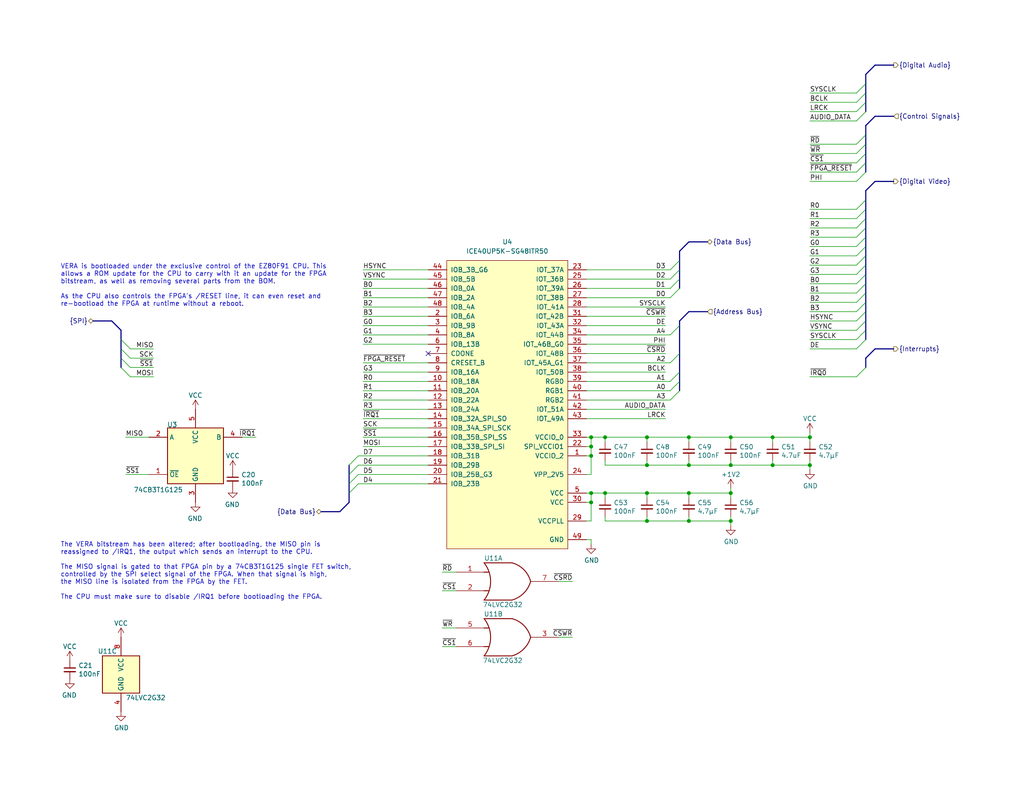
<source format=kicad_sch>
(kicad_sch (version 20230121) (generator eeschema)
  (paper "USLetter")
  (lib_symbols
    (symbol "74xGxx:74LVC2G32"
      (property "Reference" "U" (at -7.62 7.62 0))
      (property "Value" "74LVC2G32" (at -7.62 -7.62 0))
      (symbol "74LVC2G32_1_1"
        (arc (start -7.62 -5.08) (mid -5.838 0) (end -7.62 5.08) (stroke (width 0.254)))
        (arc (start 0 -5.08) (mid 3.1986 -3.2054) (end 5.08 0) (stroke (width 0.254)))
        (polyline (pts (xy -7.62 -2.54) (xy -6.35 -2.54)) (stroke (width 0.254)) (fill (type background)))
        (polyline (pts (xy -7.62 2.54) (xy -6.35 2.54)) (stroke (width 0.254)) (fill (type background)))
        (polyline (pts (xy 0 -5.08) (xy -7.62 -5.08)) (stroke (width 0.254)) (fill (type background)))
        (polyline (pts (xy 0 5.08) (xy -7.62 5.08)) (stroke (width 0.254)) (fill (type background)))
        (arc (start 5.08 0) (mid 3.2238 3.2304) (end 0 5.08) (stroke (width 0.254)))
        (pin input line (at -15.24 2.54 0) (length 7.62) (name "~") (number "1"))
        (pin input line (at -15.24 -2.54 0) (length 7.62) (name "~") (number "2"))
        (pin output line (at 12.7 0 180) (length 7.62) (name "~") (number "7"))
      )
      (symbol "74LVC2G32_2_1"
        (arc (start -7.62 -5.08) (mid -5.838 0) (end -7.62 5.08) (stroke (width 0.254)))
        (arc (start 0 -5.08) (mid 3.1986 -3.2054) (end 5.08 0) (stroke (width 0.254)))
        (polyline (pts (xy -7.62 -2.54) (xy -6.35 -2.54)) (stroke (width 0.254)) (fill (type background)))
        (polyline (pts (xy -7.62 2.54) (xy -6.35 2.54)) (stroke (width 0.254)) (fill (type background)))
        (polyline (pts (xy 0 -5.08) (xy -7.62 -5.08)) (stroke (width 0.254)) (fill (type background)))
        (polyline (pts (xy 0 5.08) (xy -7.62 5.08)) (stroke (width 0.254)) (fill (type background)))
        (arc (start 5.08 0) (mid 3.2238 3.2304) (end 0 5.08) (stroke (width 0.254)))
        (pin output line (at 12.7 0 180) (length 7.62) (name "~") (number "3"))
        (pin input line (at -15.24 2.54 0) (length 7.62) (name "~") (number "5"))
        (pin input line (at -15.24 -2.54 0) (length 7.62) (name "~") (number "6"))
      )
      (symbol "74LVC2G32_3_0"
        (rectangle (start -5.08 -5.08) (end 5.08 5.08) (stroke (width 0.254)) (fill (type background)))
      )
      (symbol "74LVC2G32_3_1"
        (pin power_in line (at 0 -10.16 90) (length 5.08) (name "GND") (number "4"))
        (pin power_in line (at 0 10.16 270) (length 5.08) (name "VCC") (number "8"))
      )
    )
    (symbol "Turaco:74CB3T1G125"
      (property "Reference" "U" (at -2.54 5.08 0))
      (property "Value" "74CB3T1G125" (at 0 -5.08 0))
      (symbol "74CB3T1G125_0_1"
        (rectangle (start -7.62 7.62) (end 7.62 -7.62) (stroke (width 0.254)) (fill (type background)))
      )
      (symbol "74CB3T1G125_1_1"
        (pin input line (at -12.7 -5.08 0) (length 5.08) (name "~{OE}") (number "1"))
        (pin input line (at -12.7 5.08 0) (length 5.08) (name "A") (number "2"))
        (pin power_in line (at 0 -12.7 90) (length 5.08) (name "GND") (number "3"))
        (pin tri_state line (at 12.7 5.08 180) (length 5.08) (name "B") (number "4"))
        (pin power_in line (at 0 12.7 270) (length 5.08) (name "VCC") (number "5"))
      )
    )
    (symbol "Turaco:C_Small" (pin_numbers hide) (pin_names (offset 0.254) hide)
      (property "Reference" "C" (at 0.254 1.778 0))
      (property "Value" "C_Small" (at 0.254 -2.032 0))
      (symbol "C_Small_0_1"
        (polyline (pts (xy -1.524 -0.508) (xy 1.524 -0.508)) (stroke (width 0.3302)))
        (polyline (pts (xy -1.524 0.508) (xy 1.524 0.508)) (stroke (width 0.3048)))
      )
      (symbol "C_Small_1_1"
        (pin passive line (at 0 2.54 270) (length 2.032) (name "~") (number "1"))
        (pin passive line (at 0 -2.54 90) (length 2.032) (name "~") (number "2"))
      )
    )
    (symbol "Turaco:ICE40UP5K-SG48ITR50" (pin_names (offset 1.016))
      (property "Reference" "U" (at 17.78 3.81 0))
      (property "Value" "ICE40UP5K-SG48ITR50" (at 17.78 1.27 0))
      (symbol "ICE40UP5K-SG48ITR50_0_1"
        (rectangle (start 0 0) (end 33.02 -78.74) (fill (type background)))
      )
      (symbol "ICE40UP5K-SG48ITR50_1_1"
        (pin power_in line (at 38.1 -53.34 180) (length 5.08) (name "VCCIO_2") (number "1"))
        (pin passive line (at -5.08 -33.02 0) (length 5.08) (name "IOB_18A") (number "10"))
        (pin passive line (at -5.08 -35.56 0) (length 5.08) (name "IOB_20A") (number "11"))
        (pin passive line (at -5.08 -38.1 0) (length 5.08) (name "IOB_22A") (number "12"))
        (pin passive line (at -5.08 -40.64 0) (length 5.08) (name "IOB_24A") (number "13"))
        (pin passive line (at -5.08 -43.18 0) (length 5.08) (name "IOB_32A_SPI_SO") (number "14"))
        (pin passive line (at -5.08 -45.72 0) (length 5.08) (name "IOB_34A_SPI_SCK") (number "15"))
        (pin passive line (at -5.08 -48.26 0) (length 5.08) (name "IOB_35B_SPI_SS") (number "16"))
        (pin passive line (at -5.08 -50.8 0) (length 5.08) (name "IOB_33B_SPI_SI") (number "17"))
        (pin passive line (at -5.08 -53.34 0) (length 5.08) (name "IOB_31B") (number "18"))
        (pin passive line (at -5.08 -55.88 0) (length 5.08) (name "IOB_29B") (number "19"))
        (pin passive line (at -5.08 -15.24 0) (length 5.08) (name "IOB_6A") (number "2"))
        (pin passive line (at -5.08 -58.42 0) (length 5.08) (name "IOB_25B_G3") (number "20"))
        (pin passive line (at -5.08 -60.96 0) (length 5.08) (name "IOB_23B") (number "21"))
        (pin power_in line (at 38.1 -50.8 180) (length 5.08) (name "SPI_VCCIO1") (number "22"))
        (pin passive line (at 38.1 -2.54 180) (length 5.08) (name "IOT_37A") (number "23"))
        (pin power_in line (at 38.1 -58.42 180) (length 5.08) (name "VPP_2V5") (number "24"))
        (pin passive line (at 38.1 -5.08 180) (length 5.08) (name "IOT_36B") (number "25"))
        (pin passive line (at 38.1 -7.62 180) (length 5.08) (name "IOT_39A") (number "26"))
        (pin passive line (at 38.1 -10.16 180) (length 5.08) (name "IOT_38B") (number "27"))
        (pin passive line (at 38.1 -12.7 180) (length 5.08) (name "IOT_41A") (number "28"))
        (pin power_in line (at 38.1 -71.12 180) (length 5.08) (name "VCCPLL") (number "29"))
        (pin passive line (at -5.08 -17.78 0) (length 5.08) (name "IOB_9B") (number "3"))
        (pin power_in line (at 38.1 -66.04 180) (length 5.08) (name "VCC") (number "30"))
        (pin passive line (at 38.1 -15.24 180) (length 5.08) (name "IOT_42B") (number "31"))
        (pin passive line (at 38.1 -17.78 180) (length 5.08) (name "IOT_43A") (number "32"))
        (pin power_in line (at 38.1 -48.26 180) (length 5.08) (name "VCCIO_0") (number "33"))
        (pin passive line (at 38.1 -20.32 180) (length 5.08) (name "IOT_44B") (number "34"))
        (pin passive line (at 38.1 -22.86 180) (length 5.08) (name "IOT_46B_G0") (number "35"))
        (pin passive line (at 38.1 -25.4 180) (length 5.08) (name "IOT_48B") (number "36"))
        (pin passive line (at 38.1 -27.94 180) (length 5.08) (name "IOT_45A_G1") (number "37"))
        (pin passive line (at 38.1 -30.48 180) (length 5.08) (name "IOT_50B") (number "38"))
        (pin passive line (at 38.1 -33.02 180) (length 5.08) (name "RGB0") (number "39"))
        (pin passive line (at -5.08 -20.32 0) (length 5.08) (name "IOB_8A") (number "4"))
        (pin passive line (at 38.1 -35.56 180) (length 5.08) (name "RGB1") (number "40"))
        (pin passive line (at 38.1 -38.1 180) (length 5.08) (name "RGB2") (number "41"))
        (pin passive line (at 38.1 -40.64 180) (length 5.08) (name "IOT_51A") (number "42"))
        (pin passive line (at 38.1 -43.18 180) (length 5.08) (name "IOT_49A") (number "43"))
        (pin passive line (at -5.08 -2.54 0) (length 5.08) (name "IOB_3B_G6") (number "44"))
        (pin passive line (at -5.08 -5.08 0) (length 5.08) (name "IOB_5B") (number "45"))
        (pin passive line (at -5.08 -7.62 0) (length 5.08) (name "IOB_0A") (number "46"))
        (pin passive line (at -5.08 -10.16 0) (length 5.08) (name "IOB_2A") (number "47"))
        (pin passive line (at -5.08 -12.7 0) (length 5.08) (name "IOB_4A") (number "48"))
        (pin power_in line (at 38.1 -76.2 180) (length 5.08) (name "GND") (number "49"))
        (pin power_in line (at 38.1 -63.5 180) (length 5.08) (name "VCC") (number "5"))
        (pin passive line (at -5.08 -22.86 0) (length 5.08) (name "IOB_13B") (number "6"))
        (pin passive line (at -5.08 -25.4 0) (length 5.08) (name "CDONE") (number "7"))
        (pin passive line (at -5.08 -27.94 0) (length 5.08) (name "CRESET_B") (number "8"))
        (pin passive line (at -5.08 -30.48 0) (length 5.08) (name "IOB_16A") (number "9"))
      )
    )
    (symbol "power:+1V2" (power) (pin_names (offset 0))
      (property "Value" "+1V2" (at 0 3.556 0))
      (symbol "+1V2_0_1"
        (polyline (pts (xy -0.762 1.27) (xy 0 2.54)))
        (polyline (pts (xy 0 0) (xy 0 2.54)))
        (polyline (pts (xy 0 2.54) (xy 0.762 1.27)))
      )
      (symbol "+1V2_1_1"
        (pin power_in line (at 0 0 90) (length 0) hide (name "+1V2") (number "1"))
      )
    )
    (symbol "power:GND" (power) (pin_names (offset 0))
      (property "Value" "GND" (at 0 -3.81 0))
      (symbol "GND_0_1"
        (polyline (pts (xy 0 0) (xy 0 -1.27) (xy 1.27 -1.27) (xy 0 -2.54) (xy -1.27 -1.27) (xy 0 -1.27)))
      )
      (symbol "GND_1_1"
        (pin power_in line (at 0 0 270) (length 0) hide (name "GND") (number "1"))
      )
    )
    (symbol "power:VCC" (power) (pin_names (offset 0))
      (property "Value" "VCC" (at 0 3.81 0))
      (symbol "VCC_0_1"
        (polyline (pts (xy -0.762 1.27) (xy 0 2.54)))
        (polyline (pts (xy 0 0) (xy 0 2.54)))
        (polyline (pts (xy 0 2.54) (xy 0.762 1.27)))
      )
      (symbol "VCC_1_1"
        (pin power_in line (at 0 0 90) (length 0) hide (name "VCC") (number "1"))
      )
    )
  )
  (bus_alias "Digital Audio" (members "SYSCLK" "BCLK" "LRCK" "AUDIO_DATA"))
  (junction (at 161.29 121.92))
  (junction (at 176.53 142.24))
  (junction (at 199.39 142.24))
  (junction (at 165.1 119.38))
  (junction (at 210.82 127))
  (junction (at 161.29 137.16))
  (junction (at 187.96 127))
  (junction (at 199.39 119.38))
  (junction (at 187.96 134.62))
  (junction (at 176.53 127))
  (junction (at 161.29 134.62))
  (junction (at 187.96 142.24))
  (junction (at 161.29 119.38))
  (junction (at 199.39 134.62))
  (junction (at 176.53 134.62))
  (junction (at 220.98 119.38))
  (junction (at 220.98 127))
  (junction (at 199.39 127))
  (junction (at 176.53 119.38))
  (junction (at 165.1 134.62))
  (junction (at 161.29 124.46))
  (junction (at 210.82 119.38))
  (junction (at 187.96 119.38))
  (no_connect (at 116.84 96.52))
  (bus_entry (at 236.22 44.45) (size -2.54 2.54))
  (bus_entry (at 185.42 78.74) (size -2.54 2.54))
  (bus_entry (at 236.22 90.17) (size -2.54 2.54))
  (bus_entry (at 33.02 97.79) (size 2.54 2.54))
  (bus_entry (at 236.22 64.77) (size -2.54 2.54))
  (bus_entry (at 95.25 129.54) (size 2.54 -2.54))
  (bus_entry (at 236.22 30.48) (size -2.54 2.54))
  (bus_entry (at 185.42 104.14) (size -2.54 2.54))
  (bus_entry (at 185.42 101.6) (size -2.54 2.54))
  (bus_entry (at 236.22 59.69) (size -2.54 2.54))
  (bus_entry (at 236.22 85.09) (size -2.54 2.54))
  (bus_entry (at 236.22 77.47) (size -2.54 2.54))
  (bus_entry (at 95.25 127) (size 2.54 -2.54))
  (bus_entry (at 236.22 100.33) (size -2.54 2.54))
  (bus_entry (at 236.22 74.93) (size -2.54 2.54))
  (bus_entry (at 236.22 46.99) (size -2.54 2.54))
  (bus_entry (at 236.22 22.86) (size -2.54 2.54))
  (bus_entry (at 236.22 25.4) (size -2.54 2.54))
  (bus_entry (at 33.02 92.71) (size 2.54 2.54))
  (bus_entry (at 185.42 71.12) (size -2.54 2.54))
  (bus_entry (at 33.02 100.33) (size 2.54 2.54))
  (bus_entry (at 236.22 82.55) (size -2.54 2.54))
  (bus_entry (at 185.42 106.68) (size -2.54 2.54))
  (bus_entry (at 185.42 73.66) (size -2.54 2.54))
  (bus_entry (at 95.25 134.62) (size 2.54 -2.54))
  (bus_entry (at 95.25 132.08) (size 2.54 -2.54))
  (bus_entry (at 185.42 96.52) (size -2.54 2.54))
  (bus_entry (at 236.22 27.94) (size -2.54 2.54))
  (bus_entry (at 236.22 69.85) (size -2.54 2.54))
  (bus_entry (at 236.22 87.63) (size -2.54 2.54))
  (bus_entry (at 185.42 76.2) (size -2.54 2.54))
  (bus_entry (at 236.22 36.83) (size -2.54 2.54))
  (bus_entry (at 236.22 67.31) (size -2.54 2.54))
  (bus_entry (at 236.22 62.23) (size -2.54 2.54))
  (bus_entry (at 236.22 54.61) (size -2.54 2.54))
  (bus_entry (at 185.42 88.9) (size -2.54 2.54))
  (bus_entry (at 236.22 57.15) (size -2.54 2.54))
  (bus_entry (at 236.22 39.37) (size -2.54 2.54))
  (bus_entry (at 236.22 41.91) (size -2.54 2.54))
  (bus_entry (at 236.22 92.71) (size -2.54 2.54))
  (bus_entry (at 236.22 80.01) (size -2.54 2.54))
  (bus_entry (at 33.02 95.25) (size 2.54 2.54))
  (bus_entry (at 236.22 72.39) (size -2.54 2.54))
  (wire (pts (xy 220.98 85.09) (xy 233.68 85.09)))
  (wire (pts (xy 120.65 161.29) (xy 124.46 161.29)))
  (wire (pts (xy 220.98 33.02) (xy 233.68 33.02)))
  (wire (pts (xy 161.29 134.62) (xy 161.29 137.16)))
  (wire (pts (xy 97.79 124.46) (xy 116.84 124.46)))
  (wire (pts (xy 160.02 83.82) (xy 181.61 83.82)))
  (wire (pts (xy 99.06 119.38) (xy 116.84 119.38)))
  (wire (pts (xy 160.02 99.06) (xy 182.88 99.06)))
  (bus (pts (xy 238.76 95.25) (xy 236.22 97.79)))
  (wire (pts (xy 160.02 134.62) (xy 161.29 134.62)))
  (wire (pts (xy 220.98 127) (xy 220.98 125.73)))
  (wire (pts (xy 187.96 120.65) (xy 187.96 119.38)))
  (wire (pts (xy 160.02 129.54) (xy 161.29 129.54)))
  (wire (pts (xy 99.06 121.92) (xy 116.84 121.92)))
  (wire (pts (xy 210.82 119.38) (xy 220.98 119.38)))
  (bus (pts (xy 236.22 36.83) (xy 236.22 39.37)))
  (wire (pts (xy 220.98 44.45) (xy 233.68 44.45)))
  (bus (pts (xy 236.22 74.93) (xy 236.22 77.47)))
  (wire (pts (xy 99.06 114.3) (xy 116.84 114.3)))
  (wire (pts (xy 160.02 106.68) (xy 182.88 106.68)))
  (bus (pts (xy 236.22 69.85) (xy 236.22 72.39)))
  (wire (pts (xy 220.98 95.25) (xy 233.68 95.25)))
  (bus (pts (xy 238.76 95.25) (xy 243.84 95.25)))
  (wire (pts (xy 176.53 134.62) (xy 187.96 134.62)))
  (wire (pts (xy 187.96 119.38) (xy 199.39 119.38)))
  (wire (pts (xy 220.98 72.39) (xy 233.68 72.39)))
  (wire (pts (xy 161.29 121.92) (xy 161.29 124.46)))
  (wire (pts (xy 97.79 132.08) (xy 116.84 132.08)))
  (bus (pts (xy 236.22 52.07) (xy 236.22 54.61)))
  (bus (pts (xy 236.22 72.39) (xy 236.22 74.93)))
  (wire (pts (xy 161.29 147.32) (xy 161.29 148.59)))
  (bus (pts (xy 236.22 34.29) (xy 236.22 36.83)))
  (bus (pts (xy 238.76 17.78) (xy 243.84 17.78)))
  (wire (pts (xy 99.06 73.66) (xy 116.84 73.66)))
  (wire (pts (xy 161.29 134.62) (xy 165.1 134.62)))
  (wire (pts (xy 220.98 69.85) (xy 233.68 69.85)))
  (bus (pts (xy 236.22 90.17) (xy 236.22 92.71)))
  (wire (pts (xy 165.1 127) (xy 176.53 127)))
  (wire (pts (xy 220.98 119.38) (xy 220.98 120.65)))
  (wire (pts (xy 160.02 119.38) (xy 161.29 119.38)))
  (bus (pts (xy 95.25 129.54) (xy 95.25 132.08)))
  (wire (pts (xy 161.29 119.38) (xy 161.29 121.92)))
  (bus (pts (xy 236.22 85.09) (xy 236.22 87.63)))
  (wire (pts (xy 156.21 158.75) (xy 152.4 158.75)))
  (wire (pts (xy 220.98 59.69) (xy 233.68 59.69)))
  (wire (pts (xy 199.39 142.24) (xy 199.39 143.51)))
  (wire (pts (xy 220.98 30.48) (xy 233.68 30.48)))
  (bus (pts (xy 236.22 62.23) (xy 236.22 64.77)))
  (bus (pts (xy 236.22 67.31) (xy 236.22 69.85)))
  (bus (pts (xy 185.42 68.58) (xy 185.42 71.12)))
  (wire (pts (xy 220.98 80.01) (xy 233.68 80.01)))
  (bus (pts (xy 236.22 20.32) (xy 236.22 22.86)))
  (wire (pts (xy 187.96 134.62) (xy 199.39 134.62)))
  (bus (pts (xy 236.22 25.4) (xy 236.22 27.94)))
  (wire (pts (xy 187.96 127) (xy 187.96 125.73)))
  (wire (pts (xy 99.06 91.44) (xy 116.84 91.44)))
  (wire (pts (xy 160.02 111.76) (xy 181.61 111.76)))
  (bus (pts (xy 187.96 66.04) (xy 193.04 66.04)))
  (bus (pts (xy 236.22 82.55) (xy 236.22 85.09)))
  (wire (pts (xy 199.39 142.24) (xy 199.39 140.97)))
  (bus (pts (xy 187.96 85.09) (xy 185.42 87.63)))
  (wire (pts (xy 160.02 73.66) (xy 182.88 73.66)))
  (bus (pts (xy 33.02 90.17) (xy 33.02 92.71)))
  (wire (pts (xy 99.06 81.28) (xy 116.84 81.28)))
  (wire (pts (xy 176.53 119.38) (xy 187.96 119.38)))
  (wire (pts (xy 199.39 119.38) (xy 210.82 119.38)))
  (bus (pts (xy 25.4 87.63) (xy 30.48 87.63)))
  (wire (pts (xy 220.98 77.47) (xy 233.68 77.47)))
  (wire (pts (xy 160.02 137.16) (xy 161.29 137.16)))
  (wire (pts (xy 220.98 128.27) (xy 220.98 127)))
  (bus (pts (xy 238.76 31.75) (xy 236.22 34.29)))
  (bus (pts (xy 187.96 66.04) (xy 185.42 68.58)))
  (wire (pts (xy 160.02 91.44) (xy 182.88 91.44)))
  (wire (pts (xy 161.29 119.38) (xy 165.1 119.38)))
  (bus (pts (xy 185.42 88.9) (xy 185.42 96.52)))
  (wire (pts (xy 160.02 88.9) (xy 181.61 88.9)))
  (wire (pts (xy 220.98 102.87) (xy 233.68 102.87)))
  (bus (pts (xy 95.25 134.62) (xy 95.25 137.16)))
  (wire (pts (xy 165.1 120.65) (xy 165.1 119.38)))
  (bus (pts (xy 33.02 92.71) (xy 33.02 95.25)))
  (wire (pts (xy 176.53 142.24) (xy 187.96 142.24)))
  (wire (pts (xy 199.39 134.62) (xy 199.39 135.89)))
  (wire (pts (xy 176.53 120.65) (xy 176.53 119.38)))
  (wire (pts (xy 199.39 127) (xy 210.82 127)))
  (wire (pts (xy 66.04 119.38) (xy 69.85 119.38)))
  (wire (pts (xy 160.02 109.22) (xy 182.88 109.22)))
  (wire (pts (xy 99.06 93.98) (xy 116.84 93.98)))
  (bus (pts (xy 238.76 17.78) (xy 236.22 20.32)))
  (wire (pts (xy 210.82 127) (xy 220.98 127)))
  (wire (pts (xy 210.82 120.65) (xy 210.82 119.38)))
  (wire (pts (xy 220.98 39.37) (xy 233.68 39.37)))
  (bus (pts (xy 185.42 96.52) (xy 185.42 101.6)))
  (bus (pts (xy 185.42 71.12) (xy 185.42 73.66)))
  (wire (pts (xy 97.79 127) (xy 116.84 127)))
  (bus (pts (xy 236.22 54.61) (xy 236.22 57.15)))
  (wire (pts (xy 160.02 86.36) (xy 181.61 86.36)))
  (bus (pts (xy 33.02 97.79) (xy 33.02 100.33)))
  (wire (pts (xy 99.06 99.06) (xy 116.84 99.06)))
  (wire (pts (xy 220.98 67.31) (xy 233.68 67.31)))
  (wire (pts (xy 99.06 78.74) (xy 116.84 78.74)))
  (wire (pts (xy 220.98 90.17) (xy 233.68 90.17)))
  (wire (pts (xy 34.29 119.38) (xy 40.64 119.38)))
  (wire (pts (xy 99.06 76.2) (xy 116.84 76.2)))
  (bus (pts (xy 238.76 31.75) (xy 243.84 31.75)))
  (bus (pts (xy 236.22 57.15) (xy 236.22 59.69)))
  (bus (pts (xy 95.25 132.08) (xy 95.25 134.62)))
  (bus (pts (xy 187.96 85.09) (xy 193.04 85.09)))
  (bus (pts (xy 236.22 27.94) (xy 236.22 30.48)))
  (bus (pts (xy 33.02 95.25) (xy 33.02 97.79)))
  (wire (pts (xy 220.98 118.11) (xy 220.98 119.38)))
  (bus (pts (xy 236.22 77.47) (xy 236.22 80.01)))
  (wire (pts (xy 99.06 86.36) (xy 116.84 86.36)))
  (bus (pts (xy 185.42 87.63) (xy 185.42 88.9)))
  (wire (pts (xy 165.1 142.24) (xy 176.53 142.24)))
  (bus (pts (xy 30.48 87.63) (xy 33.02 90.17)))
  (wire (pts (xy 187.96 134.62) (xy 187.96 135.89)))
  (wire (pts (xy 165.1 134.62) (xy 176.53 134.62)))
  (wire (pts (xy 160.02 114.3) (xy 181.61 114.3)))
  (wire (pts (xy 160.02 124.46) (xy 161.29 124.46)))
  (bus (pts (xy 236.22 59.69) (xy 236.22 62.23)))
  (bus (pts (xy 236.22 39.37) (xy 236.22 41.91)))
  (bus (pts (xy 87.63 139.7) (xy 92.71 139.7)))
  (wire (pts (xy 220.98 27.94) (xy 233.68 27.94)))
  (wire (pts (xy 99.06 104.14) (xy 116.84 104.14)))
  (wire (pts (xy 160.02 101.6) (xy 181.61 101.6)))
  (bus (pts (xy 95.25 127) (xy 95.25 129.54)))
  (wire (pts (xy 99.06 106.68) (xy 116.84 106.68)))
  (wire (pts (xy 99.06 109.22) (xy 116.84 109.22)))
  (wire (pts (xy 199.39 133.35) (xy 199.39 134.62)))
  (wire (pts (xy 160.02 78.74) (xy 182.88 78.74)))
  (wire (pts (xy 99.06 101.6) (xy 116.84 101.6)))
  (wire (pts (xy 160.02 104.14) (xy 182.88 104.14)))
  (wire (pts (xy 161.29 137.16) (xy 161.29 142.24)))
  (wire (pts (xy 99.06 116.84) (xy 116.84 116.84)))
  (wire (pts (xy 160.02 147.32) (xy 161.29 147.32)))
  (wire (pts (xy 35.56 95.25) (xy 41.91 95.25)))
  (wire (pts (xy 220.98 57.15) (xy 233.68 57.15)))
  (bus (pts (xy 92.71 139.7) (xy 95.25 137.16)))
  (wire (pts (xy 220.98 41.91) (xy 233.68 41.91)))
  (wire (pts (xy 120.65 171.45) (xy 124.46 171.45)))
  (bus (pts (xy 185.42 101.6) (xy 185.42 104.14)))
  (bus (pts (xy 236.22 44.45) (xy 236.22 46.99)))
  (wire (pts (xy 161.29 129.54) (xy 161.29 124.46)))
  (wire (pts (xy 220.98 46.99) (xy 233.68 46.99)))
  (wire (pts (xy 165.1 119.38) (xy 176.53 119.38)))
  (wire (pts (xy 165.1 140.97) (xy 165.1 142.24)))
  (bus (pts (xy 185.42 104.14) (xy 185.42 106.68)))
  (wire (pts (xy 220.98 92.71) (xy 233.68 92.71)))
  (wire (pts (xy 220.98 25.4) (xy 233.68 25.4)))
  (wire (pts (xy 199.39 125.73) (xy 199.39 127)))
  (wire (pts (xy 220.98 62.23) (xy 233.68 62.23)))
  (bus (pts (xy 236.22 41.91) (xy 236.22 44.45)))
  (bus (pts (xy 185.42 76.2) (xy 185.42 78.74)))
  (wire (pts (xy 160.02 76.2) (xy 182.88 76.2)))
  (wire (pts (xy 199.39 120.65) (xy 199.39 119.38)))
  (wire (pts (xy 120.65 156.21) (xy 124.46 156.21)))
  (wire (pts (xy 160.02 93.98) (xy 181.61 93.98)))
  (wire (pts (xy 220.98 87.63) (xy 233.68 87.63)))
  (bus (pts (xy 236.22 80.01) (xy 236.22 82.55)))
  (wire (pts (xy 160.02 81.28) (xy 182.88 81.28)))
  (wire (pts (xy 35.56 100.33) (xy 41.91 100.33)))
  (wire (pts (xy 160.02 142.24) (xy 161.29 142.24)))
  (wire (pts (xy 99.06 111.76) (xy 116.84 111.76)))
  (wire (pts (xy 176.53 127) (xy 187.96 127)))
  (wire (pts (xy 160.02 96.52) (xy 181.61 96.52)))
  (wire (pts (xy 99.06 88.9) (xy 116.84 88.9)))
  (wire (pts (xy 97.79 129.54) (xy 116.84 129.54)))
  (wire (pts (xy 187.96 127) (xy 199.39 127)))
  (wire (pts (xy 99.06 83.82) (xy 116.84 83.82)))
  (wire (pts (xy 156.21 173.99) (xy 152.4 173.99)))
  (wire (pts (xy 35.56 97.79) (xy 41.91 97.79)))
  (wire (pts (xy 176.53 140.97) (xy 176.53 142.24)))
  (bus (pts (xy 238.76 49.53) (xy 243.84 49.53)))
  (wire (pts (xy 187.96 142.24) (xy 199.39 142.24)))
  (bus (pts (xy 236.22 64.77) (xy 236.22 67.31)))
  (wire (pts (xy 220.98 74.93) (xy 233.68 74.93)))
  (bus (pts (xy 236.22 22.86) (xy 236.22 25.4)))
  (wire (pts (xy 187.96 140.97) (xy 187.96 142.24)))
  (wire (pts (xy 35.56 102.87) (xy 41.91 102.87)))
  (wire (pts (xy 220.98 82.55) (xy 233.68 82.55)))
  (wire (pts (xy 34.29 129.54) (xy 40.64 129.54)))
  (wire (pts (xy 160.02 121.92) (xy 161.29 121.92)))
  (wire (pts (xy 120.65 176.53) (xy 124.46 176.53)))
  (bus (pts (xy 238.76 49.53) (xy 236.22 52.07)))
  (bus (pts (xy 236.22 97.79) (xy 236.22 100.33)))
  (wire (pts (xy 176.53 125.73) (xy 176.53 127)))
  (bus (pts (xy 236.22 87.63) (xy 236.22 90.17)))
  (wire (pts (xy 220.98 64.77) (xy 233.68 64.77)))
  (wire (pts (xy 176.53 134.62) (xy 176.53 135.89)))
  (wire (pts (xy 210.82 125.73) (xy 210.82 127)))
  (wire (pts (xy 165.1 134.62) (xy 165.1 135.89)))
  (bus (pts (xy 185.42 73.66) (xy 185.42 76.2)))
  (wire (pts (xy 165.1 125.73) (xy 165.1 127)))
  (wire (pts (xy 220.98 49.53) (xy 233.68 49.53)))
  (text "VERA is bootloaded under the exclusive control of the EZ80F91 CPU. This\nallows a ROM update for the CPU to carry with it an update for the FPGA\nbitstream, as well as removing several parts from the BOM.\n\nAs the CPU also controls the FPGA's /RESET line, it can even reset and\nre-bootload the FPGA at runtime without a reboot." (at 16.51 83.82 0) (effects (font (size 1.27 1.27)) (justify left bottom)))
  (text "The VERA bitstream has been altered; after bootloading, the MISO pin is\nreassigned to /IRQ1, the output which sends an interrupt to the CPU.\n\nThe MISO signal is gated to that FPGA pin by a 74CB3T1G125 single FET switch,\ncontrolled by the SPI select signal of the FPGA. When that signal is high,\nthe MISO line is isolated from the FPGA by the FET.\n\nThe CPU must make sure to disable /IRQ1 before bootloading the FPGA." (at 16.51 163.83 0) (effects (font (size 1.27 1.27)) (justify left bottom)))
  (label "B1" (at 220.98 80.01 0))
  (label "PHI" (at 181.61 93.98 180))
  (label "R0" (at 99.06 104.14 0))
  (label "A4" (at 181.61 91.44 180))
  (label "BCLK" (at 181.61 101.6 180))
  (label "B2" (at 99.06 83.82 0))
  (label "LRCK" (at 220.98 30.48 0))
  (label "B3" (at 220.98 85.09 0))
  (label "~{IRQ1}" (at 99.06 114.3 0))
  (label "R0" (at 220.98 57.15 0))
  (label "AUDIO_DATA" (at 220.98 33.02 0))
  (label "A3" (at 181.61 109.22 180))
  (label "D1" (at 181.61 78.74 180))
  (label "G0" (at 99.06 88.9 0))
  (label "G2" (at 99.06 93.98 0))
  (label "SYSCLK" (at 181.61 83.82 180))
  (label "~{FPGA_RESET}" (at 99.06 99.06 0))
  (label "SYSCLK" (at 220.98 25.4 0))
  (label "D2" (at 181.61 76.2 180))
  (label "G1" (at 99.06 91.44 0))
  (label "R1" (at 99.06 106.68 0))
  (label "SCK" (at 41.91 97.79 180))
  (label "B3" (at 99.06 86.36 0))
  (label "R3" (at 220.98 64.77 0))
  (label "~{IRQ0}" (at 220.98 102.87 0))
  (label "HSYNC" (at 99.06 73.66 0))
  (label "D4" (at 99.06 132.08 0))
  (label "~{CS1}" (at 220.98 44.45 0))
  (label "~{SS1}" (at 41.91 100.33 180))
  (label "~{CS1}" (at 120.65 176.53 0))
  (label "~{WR}" (at 120.65 171.45 0))
  (label "PHI" (at 220.98 49.53 0))
  (label "B2" (at 220.98 82.55 0))
  (label "MOSI" (at 41.91 102.87 180))
  (label "MISO" (at 41.91 95.25 180))
  (label "G3" (at 220.98 74.93 0))
  (label "~{SS1}" (at 34.29 129.54 0))
  (label "G3" (at 99.06 101.6 0))
  (label "G2" (at 220.98 72.39 0))
  (label "D0" (at 181.61 81.28 180))
  (label "SYSCLK" (at 220.98 92.71 0))
  (label "DE" (at 181.61 88.9 180))
  (label "G1" (at 220.98 69.85 0))
  (label "B0" (at 99.06 78.74 0))
  (label "~{CSWR}" (at 156.21 173.99 180))
  (label "~{WR}" (at 220.98 41.91 0))
  (label "R2" (at 220.98 62.23 0))
  (label "AUDIO_DATA" (at 181.61 111.76 180))
  (label "~{CSWR}" (at 181.61 86.36 180))
  (label "B0" (at 220.98 77.47 0))
  (label "~{RD}" (at 220.98 39.37 0))
  (label "A1" (at 181.61 104.14 180))
  (label "~{IRQ1}" (at 69.85 119.38 180))
  (label "D7" (at 99.06 124.46 0))
  (label "R3" (at 99.06 111.76 0))
  (label "MOSI" (at 99.06 121.92 0))
  (label "R1" (at 220.98 59.69 0))
  (label "~{CS1}" (at 120.65 161.29 0))
  (label "SCK" (at 99.06 116.84 0))
  (label "B1" (at 99.06 81.28 0))
  (label "D6" (at 99.06 127 0))
  (label "R2" (at 99.06 109.22 0))
  (label "MISO" (at 34.29 119.38 0))
  (label "BCLK" (at 220.98 27.94 0))
  (label "VSYNC" (at 99.06 76.2 0))
  (label "~{CSRD}" (at 156.21 158.75 180))
  (label "~{RD}" (at 120.65 156.21 0))
  (label "HSYNC" (at 220.98 87.63 0))
  (label "A0" (at 181.61 106.68 180))
  (label "~{FPGA_RESET}" (at 220.98 46.99 0))
  (label "A2" (at 181.61 99.06 180))
  (label "LRCK" (at 181.61 114.3 180))
  (label "DE" (at 220.98 95.25 0))
  (label "~{SS1}" (at 99.06 119.38 0))
  (label "VSYNC" (at 220.98 90.17 0))
  (label "G0" (at 220.98 67.31 0))
  (label "~{CSRD}" (at 181.61 96.52 180))
  (label "D3" (at 181.61 73.66 180))
  (label "D5" (at 99.06 129.54 0))
  (hierarchical_label "{Address Bus}" (shape input) (at 193.04 85.09 0))
  (hierarchical_label "{Digital Audio}" (shape output) (at 243.84 17.78 0))
  (hierarchical_label "{Data Bus}" (shape bidirectional) (at 87.63 139.7 180))
  (hierarchical_label "{Interrupts}" (shape output) (at 243.84 95.25 0))
  (hierarchical_label "{Data Bus}" (shape bidirectional) (at 193.04 66.04 0))
  (hierarchical_label "{Control Signals}" (shape input) (at 243.84 31.75 0))
  (hierarchical_label "{Digital Video}" (shape output) (at 243.84 49.53 0))
  (hierarchical_label "{SPI}" (shape bidirectional) (at 25.4 87.63 180))
  (symbol (lib_id "power:GND") (at 63.5 133.35 0) (mirror y) (unit 1)
    (property "Reference" "#PWR054" (effects hide))
    (property "Value" "GND" (at 63.373 137.7442 0))
    (instances (project "Revision 2" (path "" (reference "#PWR054") (unit 1))) (project "vera-module-rev4" (path "" (reference "#PWR083") (unit 1))))
  )
  (symbol (lib_id "power:+1V2") (at 199.39 133.35 0) (unit 1)
    (property "Reference" "#PWR059" (effects hide))
    (property "Value" "+1V2" (at 199.39 129.54 0))
  )
  (symbol (lib_id "power:VCC") (at 33.02 173.99 0) (unit 1)
    (property "Reference" "#PWR048" (effects hide))
    (property "Value" "VCC" (at 33.02 170.18 0))
    (instances (project "Revision 2" (path "" (reference "#PWR048") (unit 1)) (path "" (reference "#PWR058") (unit 1))))
  )
  (symbol (lib_id "power:GND") (at 53.34 137.16 0) (mirror y) (unit 1)
    (property "Reference" "#PWR052" (effects hide))
    (property "Value" "GND" (at 53.213 141.5542 0))
    (instances (project "Revision 2" (path "" (reference "#PWR052") (unit 1))) (project "vera-module-rev4" (path "" (reference "#PWR083") (unit 1))))
  )
  (symbol (lib_id "74xGxx:74LVC2G32") (at 33.02 184.15 0) (unit 3)
    (property "Reference" "U11" (at 26.67 177.7999 0) (effects (justify left)))
    (property "Value" "74LVC2G32" (at 34.29 190.4999 0) (effects (justify left)))
    (property "Datasheet" "http://www.ti.com/lit/sg/scyt129e/scyt129e.pdf" (effects hide))
  )
  (symbol (lib_id "Turaco:C_Small") (at 165.1 138.43 0) (unit 1)
    (property "Reference" "C53" (at 167.4368 137.2616 0) (effects (justify left)))
    (property "Value" "100nF" (at 167.4368 139.573 0) (effects (justify left)))
    (instances (project "Revision 2" (path "" (reference "C53") (unit 1))) (project "vera-module-rev4" (path "" (reference "C9") (unit 1))))
  )
  (symbol (lib_id "Turaco:C_Small") (at 176.53 138.43 0) (unit 1)
    (property "Reference" "C54" (at 178.8668 137.2616 0) (effects (justify left)))
    (property "Value" "100nF" (at 178.8668 139.573 0) (effects (justify left)))
    (instances (project "Revision 2" (path "" (reference "C54") (unit 1))) (project "vera-module-rev4" (path "" (reference "C10") (unit 1))))
  )
  (symbol (lib_id "Turaco:ICE40UP5K-SG48ITR50") (at 121.92 71.12 0) (unit 1)
    (property "Reference" "U4" (at 138.43 66.04 0))
    (property "Value" "ICE40UP5K-SG48ITR50" (at 138.43 68.58 0))
  )
  (symbol (lib_id "power:VCC") (at 53.34 111.76 0) (unit 1)
    (property "Reference" "#PWR048" (effects hide))
    (property "Value" "VCC" (at 53.34 107.95 0))
    (instances (project "Revision 2" (path "" (reference "#PWR048") (unit 1)) (path "" (reference "#PWR051") (unit 1))))
  )
  (symbol (lib_id "Turaco:C_Small") (at 63.5 130.81 0) (unit 1)
    (property "Reference" "C20" (at 65.8368 129.6416 0) (effects (justify left)))
    (property "Value" "100nF" (at 65.8368 131.953 0) (effects (justify left)))
    (instances (project "Revision 2" (path "" (reference "C20") (unit 1))) (project "vera-module-rev4" (path "" (reference "C19") (unit 1))))
  )
  (symbol (lib_id "Turaco:C_Small") (at 210.82 123.19 0) (unit 1)
    (property "Reference" "C51" (at 213.1568 122.0216 0) (effects (justify left)))
    (property "Value" "4.7uF" (at 213.1568 124.333 0) (effects (justify left)))
    (instances (project "Revision 2" (path "" (reference "C51") (unit 1))) (project "vera-module-rev4" (path "" (reference "C7") (unit 1))))
  )
  (symbol (lib_id "Turaco:C_Small") (at 187.96 123.19 0) (unit 1)
    (property "Reference" "C49" (at 190.2968 122.0216 0) (effects (justify left)))
    (property "Value" "100nF" (at 190.2968 124.333 0) (effects (justify left)))
    (instances (project "Revision 2" (path "" (reference "C49") (unit 1))) (project "vera-module-rev4" (path "" (reference "C5") (unit 1))))
  )
  (symbol (lib_id "Turaco:74CB3T1G125") (at 53.34 124.46 0) (unit 1)
    (property "Reference" "U3" (at 46.99 115.9605 0))
    (property "Value" "74CB3T1G125" (at 43.18 133.7405 0))
    (property "Datasheet" "http://www.ti.com/lit/sg/scyt129e/scyt129e.pdf" (effects hide))
  )
  (symbol (lib_id "power:GND") (at 19.05 185.42 0) (mirror y) (unit 1)
    (property "Reference" "#PWR057" (effects hide))
    (property "Value" "GND" (at 18.923 189.8142 0))
    (instances (project "Revision 2" (path "" (reference "#PWR057") (unit 1))) (project "vera-module-rev4" (path "" (reference "#PWR083") (unit 1))))
  )
  (symbol (lib_id "Turaco:C_Small") (at 165.1 123.19 0) (unit 1)
    (property "Reference" "C47" (at 167.4368 122.0216 0) (effects (justify left)))
    (property "Value" "100nF" (at 167.4368 124.333 0) (effects (justify left)))
    (instances (project "Revision 2" (path "" (reference "C47") (unit 1))) (project "vera-module-rev4" (path "" (reference "C3") (unit 1))))
  )
  (symbol (lib_id "power:VCC") (at 19.05 180.34 0) (unit 1)
    (property "Reference" "#PWR048" (effects hide))
    (property "Value" "VCC" (at 19.05 176.53 0))
    (instances (project "Revision 2" (path "" (reference "#PWR048") (unit 1)) (path "" (reference "#PWR056") (unit 1))))
  )
  (symbol (lib_id "Turaco:C_Small") (at 176.53 123.19 0) (unit 1)
    (property "Reference" "C48" (at 178.8668 122.0216 0) (effects (justify left)))
    (property "Value" "100nF" (at 178.8668 124.333 0) (effects (justify left)))
    (instances (project "Revision 2" (path "" (reference "C48") (unit 1))) (project "vera-module-rev4" (path "" (reference "C4") (unit 1))))
  )
  (symbol (lib_id "power:VCC") (at 63.5 128.27 0) (unit 1)
    (property "Reference" "#PWR048" (effects hide))
    (property "Value" "VCC" (at 63.5 124.46 0))
    (instances (project "Revision 2" (path "" (reference "#PWR048") (unit 1)) (path "" (reference "#PWR053") (unit 1))))
  )
  (symbol (lib_id "Turaco:C_Small") (at 19.05 182.88 0) (unit 1)
    (property "Reference" "C21" (at 21.3868 181.7116 0) (effects (justify left)))
    (property "Value" "100nF" (at 21.3868 184.023 0) (effects (justify left)))
    (instances (project "Revision 2" (path "" (reference "C21") (unit 1))) (project "vera-module-rev4" (path "" (reference "C19") (unit 1))))
  )
  (symbol (lib_id "power:GND") (at 199.39 143.51 0) (unit 1)
    (property "Reference" "#PWR0141" (effects hide))
    (property "Value" "GND" (at 199.517 147.9042 0))
    (instances (project "Revision 2" (path "" (reference "#PWR0141") (unit 1))) (project "vera-module-rev4" (path "" (reference "#PWR023") (unit 1))))
  )
  (symbol (lib_id "Turaco:C_Small") (at 187.96 138.43 0) (unit 1)
    (property "Reference" "C55" (at 190.2968 137.2616 0) (effects (justify left)))
    (property "Value" "4.7µF" (at 190.2968 139.573 0) (effects (justify left)))
    (instances (project "Revision 2" (path "" (reference "C55") (unit 1))) (project "vera-module-rev4" (path "" (reference "C11") (unit 1))))
  )
  (symbol (lib_id "Turaco:C_Small") (at 220.98 123.19 0) (unit 1)
    (property "Reference" "C52" (at 223.3168 122.0216 0) (effects (justify left)))
    (property "Value" "4.7µF" (at 223.3168 124.333 0) (effects (justify left)))
    (instances (project "Revision 2" (path "" (reference "C52") (unit 1))) (project "vera-module-rev4" (path "" (reference "C8") (unit 1))))
  )
  (symbol (lib_id "Turaco:C_Small") (at 199.39 123.19 0) (unit 1)
    (property "Reference" "C50" (at 201.7268 122.0216 0) (effects (justify left)))
    (property "Value" "100nF" (at 201.7268 124.333 0) (effects (justify left)))
    (instances (project "Revision 2" (path "" (reference "C50") (unit 1))) (project "vera-module-rev4" (path "" (reference "C6") (unit 1))))
  )
  (symbol (lib_id "power:GND") (at 220.98 128.27 0) (unit 1)
    (property "Reference" "#PWR0139" (effects hide))
    (property "Value" "GND" (at 221.107 132.6642 0))
    (instances (project "Revision 2" (path "" (reference "#PWR0139") (unit 1))) (project "vera-module-rev4" (path "" (reference "#PWR019") (unit 1))))
  )
  (symbol (lib_id "Turaco:C_Small") (at 199.39 138.43 0) (unit 1)
    (property "Reference" "C56" (at 201.7268 137.2616 0) (effects (justify left)))
    (property "Value" "4.7µF" (at 201.7268 139.573 0) (effects (justify left)))
    (instances (project "Revision 2" (path "" (reference "C56") (unit 1))) (project "vera-module-rev4" (path "" (reference "C12") (unit 1))))
  )
  (symbol (lib_id "power:GND") (at 161.29 148.59 0) (unit 1)
    (property "Reference" "#PWR0140" (effects hide))
    (property "Value" "GND" (at 161.417 152.9842 0))
    (instances (project "Revision 2" (path "" (reference "#PWR0140") (unit 1))) (project "vera-module-rev4" (path "" (reference "#PWR025") (unit 1))))
  )
  (symbol (lib_id "power:VCC") (at 220.98 118.11 0) (unit 1)
    (property "Reference" "#PWR048" (effects hide))
    (property "Value" "VCC" (at 220.98 114.3 0))
    (instances (project "Revision 2" (path "" (reference "#PWR048") (unit 1)) (path "" (reference "#PWR0138") (unit 1))))
  )
  (symbol (lib_id "74xGxx:74LVC2G32") (at 139.7 158.75 0) (unit 1)
    (property "Reference" "U11" (at 134.62 152.4 0))
    (property "Value" "74LVC2G32" (at 137.16 165.1 0))
    (property "Datasheet" "http://www.ti.com/lit/sg/scyt129e/scyt129e.pdf" (effects hide))
  )
  (symbol (lib_id "74xGxx:74LVC2G32") (at 139.7 173.99 0) (unit 2)
    (property "Reference" "U11" (at 134.62 167.64 0))
    (property "Value" "74LVC2G32" (at 137.16 180.34 0))
    (property "Datasheet" "http://www.ti.com/lit/sg/scyt129e/scyt129e.pdf" (effects hide))
  )
  (symbol (lib_id "power:GND") (at 33.02 194.31 0) (unit 1)
    (property "Reference" "#PWR055" (effects hide))
    (property "Value" "GND" (at 33.147 198.7042 0))
    (instances (project "Revision 2" (path "" (reference "#PWR055") (unit 1))) (project "vera-module-rev4" (path "" (reference "#PWR025") (unit 1))))
  )
)
</source>
